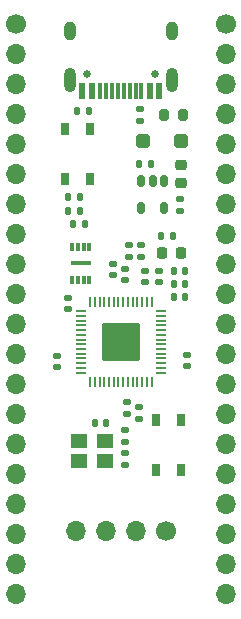
<source format=gbr>
%TF.GenerationSoftware,KiCad,Pcbnew,(6.0.1-0)*%
%TF.CreationDate,2023-04-29T18:30:50+02:00*%
%TF.ProjectId,archimedes,61726368-696d-4656-9465-732e6b696361,rev?*%
%TF.SameCoordinates,Original*%
%TF.FileFunction,Soldermask,Top*%
%TF.FilePolarity,Negative*%
%FSLAX46Y46*%
G04 Gerber Fmt 4.6, Leading zero omitted, Abs format (unit mm)*
G04 Created by KiCad (PCBNEW (6.0.1-0)) date 2023-04-29 18:30:50*
%MOMM*%
%LPD*%
G01*
G04 APERTURE LIST*
G04 Aperture macros list*
%AMRoundRect*
0 Rectangle with rounded corners*
0 $1 Rounding radius*
0 $2 $3 $4 $5 $6 $7 $8 $9 X,Y pos of 4 corners*
0 Add a 4 corners polygon primitive as box body*
4,1,4,$2,$3,$4,$5,$6,$7,$8,$9,$2,$3,0*
0 Add four circle primitives for the rounded corners*
1,1,$1+$1,$2,$3*
1,1,$1+$1,$4,$5*
1,1,$1+$1,$6,$7*
1,1,$1+$1,$8,$9*
0 Add four rect primitives between the rounded corners*
20,1,$1+$1,$2,$3,$4,$5,0*
20,1,$1+$1,$4,$5,$6,$7,0*
20,1,$1+$1,$6,$7,$8,$9,0*
20,1,$1+$1,$8,$9,$2,$3,0*%
G04 Aperture macros list end*
%ADD10RoundRect,0.135000X0.185000X-0.135000X0.185000X0.135000X-0.185000X0.135000X-0.185000X-0.135000X0*%
%ADD11RoundRect,0.300000X-0.300000X0.300000X-0.300000X-0.300000X0.300000X-0.300000X0.300000X0.300000X0*%
%ADD12RoundRect,0.140000X-0.140000X-0.170000X0.140000X-0.170000X0.140000X0.170000X-0.140000X0.170000X0*%
%ADD13RoundRect,0.135000X0.135000X0.185000X-0.135000X0.185000X-0.135000X-0.185000X0.135000X-0.185000X0*%
%ADD14RoundRect,0.225000X-0.250000X0.225000X-0.250000X-0.225000X0.250000X-0.225000X0.250000X0.225000X0*%
%ADD15O,1.700000X1.700000*%
%ADD16C,1.700000*%
%ADD17RoundRect,0.140000X0.170000X-0.140000X0.170000X0.140000X-0.170000X0.140000X-0.170000X-0.140000X0*%
%ADD18RoundRect,0.135000X-0.185000X0.135000X-0.185000X-0.135000X0.185000X-0.135000X0.185000X0.135000X0*%
%ADD19RoundRect,0.135000X-0.135000X-0.185000X0.135000X-0.185000X0.135000X0.185000X-0.135000X0.185000X0*%
%ADD20RoundRect,0.020000X-0.367500X-0.080000X0.367500X-0.080000X0.367500X0.080000X-0.367500X0.080000X0*%
%ADD21RoundRect,0.020000X0.080000X-0.367500X0.080000X0.367500X-0.080000X0.367500X-0.080000X-0.367500X0*%
%ADD22RoundRect,0.096000X-1.504000X-1.504000X1.504000X-1.504000X1.504000X1.504000X-1.504000X1.504000X0*%
%ADD23RoundRect,0.218750X-0.218750X-0.256250X0.218750X-0.256250X0.218750X0.256250X-0.218750X0.256250X0*%
%ADD24RoundRect,0.140000X-0.170000X0.140000X-0.170000X-0.140000X0.170000X-0.140000X0.170000X0.140000X0*%
%ADD25RoundRect,0.065000X-0.260000X0.460000X-0.260000X-0.460000X0.260000X-0.460000X0.260000X0.460000X0*%
%ADD26R,1.400000X1.200000*%
%ADD27C,0.650000*%
%ADD28R,0.600000X1.450000*%
%ADD29R,0.300000X1.450000*%
%ADD30O,1.000000X2.100000*%
%ADD31O,1.000000X1.600000*%
%ADD32RoundRect,0.075000X0.075000X-0.300000X0.075000X0.300000X-0.075000X0.300000X-0.075000X-0.300000X0*%
%ADD33R,1.700000X0.300000*%
%ADD34RoundRect,0.065000X0.260000X-0.460000X0.260000X0.460000X-0.260000X0.460000X-0.260000X-0.460000X0*%
%ADD35RoundRect,0.200000X-0.200000X-0.275000X0.200000X-0.275000X0.200000X0.275000X-0.200000X0.275000X0*%
%ADD36RoundRect,0.150000X-0.150000X0.350000X-0.150000X-0.350000X0.150000X-0.350000X0.150000X0.350000X0*%
G04 APERTURE END LIST*
D10*
%TO.C,R5*%
X151175000Y-91120000D03*
X151175000Y-90100000D03*
%TD*%
D11*
%TO.C,D1*%
X152370000Y-81250000D03*
X155570000Y-81250000D03*
%TD*%
D12*
%TO.C,C5*%
X154970000Y-94500000D03*
X155930000Y-94500000D03*
%TD*%
%TO.C,C16*%
X148280000Y-105200000D03*
X149240000Y-105200000D03*
%TD*%
D13*
%TO.C,R7*%
X154932500Y-89335000D03*
X153912500Y-89335000D03*
%TD*%
D12*
%TO.C,C11*%
X154970000Y-92300000D03*
X155930000Y-92300000D03*
%TD*%
D14*
%TO.C,C1*%
X155600000Y-83300000D03*
X155600000Y-84850000D03*
%TD*%
D15*
%TO.C,J4*%
X146690000Y-114345000D03*
X149230000Y-114345000D03*
X151770000Y-114345000D03*
D16*
X154310000Y-114345000D03*
%TD*%
D17*
%TO.C,C3*%
X153700000Y-93230000D03*
X153700000Y-92270000D03*
%TD*%
D10*
%TO.C,R6*%
X152225000Y-91110000D03*
X152225000Y-90090000D03*
%TD*%
D18*
%TO.C,R2*%
X152125000Y-78590000D03*
X152125000Y-79610000D03*
%TD*%
D17*
%TO.C,C14*%
X149875000Y-92630000D03*
X149875000Y-91670000D03*
%TD*%
D19*
%TO.C,R8*%
X145990000Y-87200000D03*
X147010000Y-87200000D03*
%TD*%
D20*
%TO.C,U2*%
X147112500Y-95700000D03*
X147112500Y-96100000D03*
X147112500Y-96500000D03*
X147112500Y-96900000D03*
X147112500Y-97300000D03*
X147112500Y-97700000D03*
X147112500Y-98100000D03*
X147112500Y-98500000D03*
X147112500Y-98900000D03*
X147112500Y-99300000D03*
X147112500Y-99700000D03*
X147112500Y-100100000D03*
X147112500Y-100500000D03*
X147112500Y-100900000D03*
D21*
X147900000Y-101687500D03*
X148300000Y-101687500D03*
X148700000Y-101687500D03*
X149100000Y-101687500D03*
X149500000Y-101687500D03*
X149900000Y-101687500D03*
X150300000Y-101687500D03*
X150700000Y-101687500D03*
X151100000Y-101687500D03*
X151500000Y-101687500D03*
X151900000Y-101687500D03*
X152300000Y-101687500D03*
X152700000Y-101687500D03*
X153100000Y-101687500D03*
D20*
X153887500Y-100900000D03*
X153887500Y-100500000D03*
X153887500Y-100100000D03*
X153887500Y-99700000D03*
X153887500Y-99300000D03*
X153887500Y-98900000D03*
X153887500Y-98500000D03*
X153887500Y-98100000D03*
X153887500Y-97700000D03*
X153887500Y-97300000D03*
X153887500Y-96900000D03*
X153887500Y-96500000D03*
X153887500Y-96100000D03*
X153887500Y-95700000D03*
D21*
X153100000Y-94912500D03*
X152700000Y-94912500D03*
X152300000Y-94912500D03*
X151900000Y-94912500D03*
X151500000Y-94912500D03*
X151100000Y-94912500D03*
X150700000Y-94912500D03*
X150300000Y-94912500D03*
X149900000Y-94912500D03*
X149500000Y-94912500D03*
X149100000Y-94912500D03*
X148700000Y-94912500D03*
X148300000Y-94912500D03*
X147900000Y-94912500D03*
D22*
X150500000Y-98300000D03*
%TD*%
D13*
%TO.C,R1*%
X147810000Y-78750000D03*
X146790000Y-78750000D03*
%TD*%
D23*
%TO.C,LED1*%
X153997500Y-90785000D03*
X155572500Y-90785000D03*
%TD*%
D24*
%TO.C,C15*%
X150850000Y-107720000D03*
X150850000Y-108680000D03*
%TD*%
D25*
%TO.C,SW1*%
X147925000Y-84525000D03*
X147925000Y-80275000D03*
X145775000Y-80275000D03*
X145775000Y-84525000D03*
%TD*%
D12*
%TO.C,C17*%
X146470000Y-88350000D03*
X147430000Y-88350000D03*
%TD*%
D18*
%TO.C,R4*%
X150850000Y-105740000D03*
X150850000Y-106760000D03*
%TD*%
D24*
%TO.C,C8*%
X151000000Y-103420000D03*
X151000000Y-104380000D03*
%TD*%
D26*
%TO.C,Y1*%
X149200000Y-106700000D03*
X147000000Y-106700000D03*
X147000000Y-108400000D03*
X149200000Y-108400000D03*
%TD*%
D27*
%TO.C,J1*%
X153390000Y-75600000D03*
X147610000Y-75600000D03*
D28*
X153750000Y-77045000D03*
X152950000Y-77045000D03*
D29*
X151750000Y-77045000D03*
X150750000Y-77045000D03*
X150250000Y-77045000D03*
X149250000Y-77045000D03*
D28*
X148050000Y-77045000D03*
X147250000Y-77045000D03*
X147250000Y-77045000D03*
X148050000Y-77045000D03*
D29*
X148750000Y-77045000D03*
X149750000Y-77045000D03*
X151250000Y-77045000D03*
X152250000Y-77045000D03*
D28*
X152950000Y-77045000D03*
X153750000Y-77045000D03*
D30*
X154820000Y-76130000D03*
X146180000Y-76130000D03*
D31*
X146180000Y-71950000D03*
X154820000Y-71950000D03*
%TD*%
D17*
%TO.C,C2*%
X155500000Y-87200000D03*
X155500000Y-86240000D03*
%TD*%
D32*
%TO.C,U3*%
X146350000Y-93049500D03*
X146850000Y-93049500D03*
X147350000Y-93049500D03*
X147850000Y-93049500D03*
X147850000Y-90250500D03*
X147350000Y-90250500D03*
X146850000Y-90250500D03*
X146350000Y-90250500D03*
D33*
X147100000Y-91650000D03*
%TD*%
D17*
%TO.C,C9*%
X146025000Y-95505000D03*
X146025000Y-94545000D03*
%TD*%
D34*
%TO.C,SW2*%
X153475000Y-109175000D03*
X153475000Y-104925000D03*
X155625000Y-109175000D03*
X155625000Y-104925000D03*
%TD*%
D24*
%TO.C,C6*%
X145060000Y-99480000D03*
X145060000Y-100440000D03*
%TD*%
D19*
%TO.C,R9*%
X145990000Y-86050000D03*
X147010000Y-86050000D03*
%TD*%
D24*
%TO.C,C13*%
X152000000Y-103845000D03*
X152000000Y-104805000D03*
%TD*%
%TO.C,C7*%
X156100000Y-99390000D03*
X156100000Y-100350000D03*
%TD*%
D17*
%TO.C,C12*%
X152550000Y-93230000D03*
X152550000Y-92270000D03*
%TD*%
D35*
%TO.C,F1*%
X154125000Y-79100000D03*
X155775000Y-79100000D03*
%TD*%
D36*
%TO.C,U1*%
X154150000Y-84650000D03*
X153200000Y-84650000D03*
X152250000Y-84650000D03*
X152250000Y-86950000D03*
X154150000Y-86950000D03*
%TD*%
D19*
%TO.C,FB1*%
X152040000Y-83200000D03*
X153060000Y-83200000D03*
%TD*%
D17*
%TO.C,C4*%
X150875000Y-93080000D03*
X150875000Y-92120000D03*
%TD*%
D12*
%TO.C,C10*%
X154970000Y-93400000D03*
X155930000Y-93400000D03*
%TD*%
D16*
%TO.C,J3*%
X159390000Y-71400000D03*
D15*
X159390000Y-73940000D03*
X159390000Y-76480000D03*
X159390000Y-79020000D03*
X159390000Y-81560000D03*
X159390000Y-84100000D03*
X159390000Y-86640000D03*
X159390000Y-89180000D03*
X159390000Y-91720000D03*
X159390000Y-94260000D03*
X159390000Y-96800000D03*
X159390000Y-99340000D03*
X159390000Y-101880000D03*
X159390000Y-104420000D03*
X159390000Y-106960000D03*
X159390000Y-109500000D03*
X159390000Y-112040000D03*
X159390000Y-114580000D03*
X159390000Y-117120000D03*
X159390000Y-119660000D03*
%TD*%
D16*
%TO.C,J2*%
X141610000Y-71400000D03*
D15*
X141610000Y-73940000D03*
X141610000Y-76480000D03*
X141610000Y-79020000D03*
X141610000Y-81560000D03*
X141610000Y-84100000D03*
X141610000Y-86640000D03*
X141610000Y-89180000D03*
X141610000Y-91720000D03*
X141610000Y-94260000D03*
X141610000Y-96800000D03*
X141610000Y-99340000D03*
X141610000Y-101880000D03*
X141610000Y-104420000D03*
X141610000Y-106960000D03*
X141610000Y-109500000D03*
X141610000Y-112040000D03*
X141610000Y-114580000D03*
X141610000Y-117120000D03*
X141610000Y-119660000D03*
%TD*%
M02*

</source>
